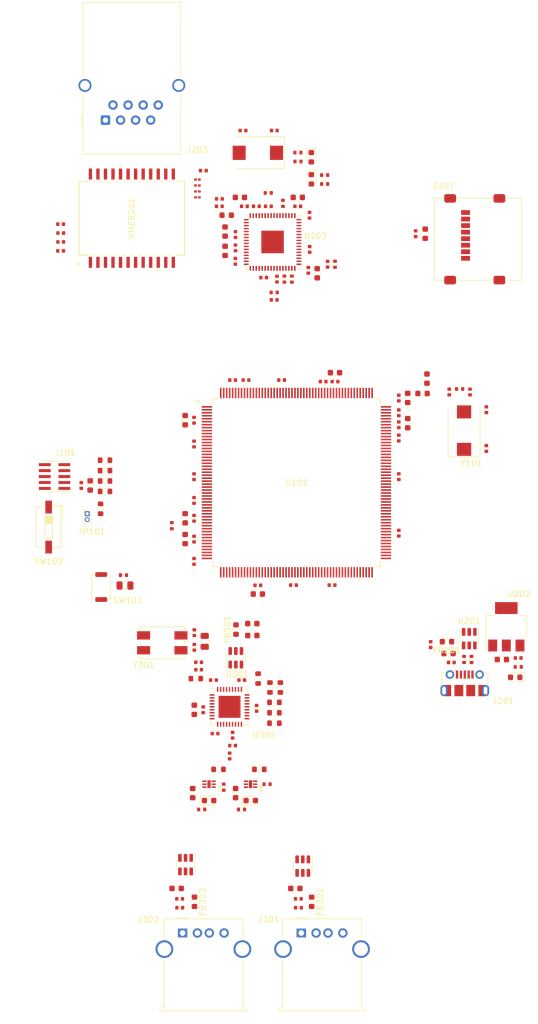
<source format=kicad_pcb>
(kicad_pcb (version 20221018) (generator pcbnew)
  (layers (0 "F.Cu" signal) (1 "In1.Cu" power) (2 "In2.Cu" power) (31 "B.Cu" signal) (34 "B.Paste" user) (35 "F.Paste" user) (36 "B.SilkS" user "B.Silkscreen") (37 "F.SilkS" user "F.Silkscreen") (38 "B.Mask" user) (39 "F.Mask" user) (44 "Edge.Cuts" user))
  (net 0 "")
  (net 1 "AVDD10")
  (net 2 "+3.3V")
  (net 3 "XIN")
  (net 4 "+1V8")
  (net 5 "XOUT")
  (net 6 "+2V5")
  (net 7 "PLLRCA")
  (net 8 "Net-(C134-Pad2)")
  (net 9 "Net-(J201-VBUS)")
  (net 10 "+5V")
  (net 11 "+3V3")
  (net 12 "CKXTAL2")
  (net 13 "Net-(C219-Pad1)")
  (net 14 "Net-(C221-Pad1)")
  (net 15 "Net-(C222-Pad1)")
  (net 16 "Net-(C224-Pad1)")
  (net 17 "CKXTAL1")
  (net 18 "GTX_CLK")
  (net 19 "RX_CLK_N")
  (net 20 "Net-(C234-Pad1)")
  (net 21 "Net-(U302-XTALIN{slash}CLKIN)")
  (net 22 "Net-(U302-XTALOUT)")
  (net 23 "Net-(U302-PLLFILT)")
  (net 24 "Net-(U302-CRFILT)")
  (net 25 "Net-(D201-K)")
  (net 26 "Net-(D202-A)")
  (net 27 "Net-(D203-A)")
  (net 28 "Net-(D301-A)")
  (net 29 "Net-(D302-A)")
  (net 30 "Net-(J101-SWDIO{slash}TMS)")
  (net 31 "Net-(J101-SWDCLK{slash}TCK)")
  (net 32 "SD_DAT2")
  (net 33 "SD_DAT3")
  (net 34 "SD_CMD")
  (net 35 "SD_CLK")
  (net 36 "SD_DAT0")
  (net 37 "SD_DAT1")
  (net 38 "Net-(J101-SWO{slash}TDO)")
  (net 39 "Net-(J203-Pad1)")
  (net 40 "Net-(J203-Pad2)")
  (net 41 "Net-(J203-Pad3)")
  (net 42 "Net-(J203-Pad4)")
  (net 43 "Net-(J203-Pad5)")
  (net 44 "Net-(J203-Pad6)")
  (net 45 "Net-(J203-Pad7)")
  (net 46 "Net-(J203-Pad8)")
  (net 48 "Net-(J101-NC{slash}TDI)")
  (net 49 "Net-(J101-~{RESET})")
  (net 50 "Net-(J201-D-)")
  (net 51 "BMS")
  (net 52 "REG_OUT")
  (net 53 "Net-(R201-Pad2)")
  (net 54 "Net-(R202-Pad2)")
  (net 55 "Net-(J201-D+)")
  (net 57 "MDC")
  (net 59 "LED0")
  (net 60 "RX_CLK")
  (net 61 "Net-(R211-Pad2)")
  (net 62 "GTX_CLK_N")
  (net 63 "Net-(R213-Pad2)")
  (net 64 "Net-(R214-Pad2)")
  (net 65 "LED1")
  (net 66 "Net-(R216-Pad2)")
  (net 67 "/USB/VBUS_DET")
  (net 68 "Net-(J301-D-)")
  (net 69 "Net-(J301-D+)")
  (net 70 "Net-(J302-D-)")
  (net 71 "Net-(J302-D+)")
  (net 72 "Net-(U101B-SHDN)")
  (net 73 "USB_HUB_NOCS1")
  (net 74 "USB_HUB_NOCS2")
  (net 75 "TX_D3")
  (net 76 "RX_D2")
  (net 77 "RX_D3")
  (net 78 "USB_CONN_HOST_D_N")
  (net 79 "USB_CONN_HOST_D_P")
  (net 80 "USB_CONN_HOST_D1_N")
  (net 81 "USB_CONN_HOST_D1_P")
  (net 82 "TX_D0")
  (net 83 "TX_D1")
  (net 84 "RX_D0")
  (net 85 "RX_D1")
  (net 86 "TX_EN")
  (net 87 "RX_DV")
  (net 88 "MDIO")
  (net 89 "TX_D2")
  (net 90 "Net-(U101B-TST)")
  (net 91 "Net-(U101B-WKUP)")
  (net 92 "Net-(U203-RXD6{slash}RXDLY)")
  (net 93 "Net-(U203-COL{slash}MODE)")
  (net 94 "Net-(U203-RSET)")
  (net 95 "Net-(U302-SCL{slash}SMBCLK{slash}CFG_SEL0)")
  (net 96 "Net-(U302-SDA{slash}SMBDATA{slash}NON_REM1)")
  (net 97 "Net-(U302-SUSP_IND{slash}LOCAL_PWR{slash}NON_REM0)")
  (net 98 "Net-(U302-RBIAS)")
  (net 99 "Net-(U302-HS_IND{slash}CFG_SEL1)")
  (net 100 "Net-(U303-ILIMIT)")
  (net 101 "Net-(U304-ILIMIT)")
  (net 102 "Net-(U101C-JTAGSEL)")
  (net 118 "USB_HUB_PWRTPWR1")
  (net 119 "USB_HUB_PWRTPWR2")
  (net 235 "Net-(U203-MDI[0]+)")
  (net 236 "Net-(U203-MDI[0]-)")
  (net 237 "Net-(U203-MDI[1]+)")
  (net 238 "Net-(U203-MDI[1]-)")
  (net 239 "Net-(U203-MDI[2]+)")
  (net 240 "Net-(U203-MDI[2]-)")
  (net 241 "Net-(U203-MDI[3]+)")
  (net 242 "Net-(U203-MDI[3]-)")
  (net 260 "Net-(U302-USBDP_UP)")
  (net 261 "Net-(U302-USBDM_UP)")
  (net 262 "Net-(U302-USBDM_DN1{slash}PRT_DIS_M1)")
  (net 263 "Net-(U302-USBDP_DN1{slash}PRT_DIS_P1)")
  (net 264 "Net-(U302-USBDM_DN2{slash}PRT_DIS_M2)")
  (net 265 "Net-(U302-USBDP_DN2{slash}PRT_DIS_P2)")
  (net 274 "+3.3VA")
  (footprint "Capacitor_SMD:C_0402_1005Metric" (layer "F.Cu") (at 95.71 62.25 90)
    (fp_text reference "C223" hide)
    (fp_text value "100n")
  )
  (footprint "Resistor_SMD:R_0402_1005Metric" (layer "F.Cu") (at 105.23 65.25 -90)
    (fp_text reference "R205" hide)
    (fp_text value "4.7k")
  )
  (footprint "Resistor_SMD:R_0402_1005Metric" (layer "F.Cu") (at 101.25 50.75 180)
    (fp_text reference "R207" hide)
    (fp_text value "2.49k")
  )
  (footprint "Resistor_SMD:R_0402_1005Metric" (layer "F.Cu") (at 110.76 47.75 180)
    (fp_text reference "R217" hide)
    (fp_text value "4.7k")
  )
  (footprint "Resistor_SMD:R_0402_1005Metric" (layer "F.Cu") (at 143.37 130.51)
    (fp_text reference "R203" hide)
    (fp_text value "1k")
  )
  (footprint "Resistor_SMD:R_0402_1005Metric" (layer "F.Cu") (at 96.75 154.5 180)
    (fp_text reference "R314" hide)
    (fp_text value "330R")
  )
  (footprint "Capacitor_SMD:C_0402_1005Metric" (layer "F.Cu") (at 89.5225 129.73 180)
    (fp_text reference "C305" hide)
    (fp_text value "10n")
  )
  (footprint "Capacitor_SMD:C_0402_1005Metric" (layer "F.Cu") (at 88.75 102.5 90)
    (fp_text reference "C120" hide)
    (fp_text value "100n")
  )
  (footprint "Capacitor_SMD:C_0402_1005Metric" (layer "F.Cu") (at 90.32 47)
    (fp_text reference "C234" hide)
    (fp_text value "10n")
  )
  (footprint "Capacitor_SMD:C_0402_1005Metric" (layer "F.Cu") (at 102.25 68.75 180)
    (fp_text reference "C233" hide)
    (fp_text value "22p")
  )
  (footprint "Capacitor_SMD:C_0402_1005Metric" (layer "F.Cu") (at 88.75 112.75 90)
    (fp_text reference "C121" hide)
    (fp_text value "100n")
  )
  (footprint "Capacitor_SMD:C_0402_1005Metric" (layer "F.Cu") (at 88.7925 127.21 90)
    (fp_text reference "C301" hide)
    (fp_text value "10p")
  )
  (footprint "Resistor_SMD:R_0603_1608Metric" (layer "F.Cu") (at 73.75 95.73)
    (fp_text reference "R107" hide)
    (fp_text value "100k")
  )
  (footprint "Connector_USB:USB_A_Molex_67643_Horizontal" (layer "F.Cu") (at 86.82 175.29)
    (fp_text reference "J302")
    (fp_text value "USB_A")
  )
  (footprint "Capacitor_SMD:C_0402_1005Metric" (layer "F.Cu") (at 123.25 108 -90)
    (fp_text reference "C108" hide)
    (fp_text value "100n")
  )
  (footprint "Resistor_SMD:R_0402_1005Metric" (layer "F.Cu") (at 106.26 45.4625)
    (fp_text reference "R208" hide)
    (fp_text value "510")
  )
  (footprint "Resistor_SMD:R_0201_0603Metric" (layer "F.Cu") (at 89.32 49.5 180)
    (fp_text reference "R213" hide)
    (fp_text value "75")
  )
  (footprint "Resistor_SMD:R_0402_1005Metric" (layer "F.Cu") (at 134.25 129.26 90)
    (fp_text reference "R202" hide)
    (fp_text value "270")
  )
  (footprint "Crystal:Crystal_SMD_EuroQuartz_MQ2-2Pin_7.0x5.0mm" (layer "F.Cu") (at 99.5 44 180)
    (fp_text reference "Y201" hide)
    (fp_text value "25Mhz")
  )
  (footprint "Capacitor_SMD:C_0402_1005Metric" (layer "F.Cu") (at 102.73 65.25 90)
    (fp_text reference "C214" hide)
    (fp_text value "100n")
  )
  (footprint "Capacitor_SMD:C_0603_1608Metric" (layer "F.Cu") (at 87.25 89 90)
    (fp_text reference "C114" hide)
    (fp_text value "10u")
  )
  (footprint "Package_TO_SOT_SMD:SOT-23-6" (layer "F.Cu") (at 87.32 163.79 -90)
    (fp_text reference "U306" hide)
    (fp_text value "USBLC6-2SC6")
  )
  (footprint "Capacitor_SMD:C_0603_1608Metric" (layer "F.Cu") (at 99.5 118.25)
    (fp_text reference "C110" hide)
    (fp_text value "10u")
  )
  (footprint "Capacitor_SMD:C_0603_1608Metric" (layer "F.Cu") (at 128 82 90)
    (fp_text reference "C135" hide)
    (fp_text value "4.7u")
  )
  (footprint "Capacitor_SMD:C_0402_1005Metric" (layer "F.Cu") (at 100.48 65 180)
    (fp_text reference "C216" hide)
    (fp_text value "100n")
  )
  (footprint "Capacitor_SMD:C_0603_1608Metric" (layer "F.Cu") (at 88.5247 151.75 -90)
    (fp_text reference "C316" hide)
    (fp_text value "2u2")
  )
  (footprint "Resistor_SMD:R_0603_1608Metric" (layer "F.Cu") (at 73 103.905 90)
    (fp_text reference "R104" hide)
    (fp_text value "100k")
  )
  (footprint "Capacitor_SMD:C_0402_1005Metric" (layer "F.Cu") (at 138 87.23 -90)
    (fp_text reference "C111" hide)
    (fp_text value "10p")
  )
  (footprint "Capacitor_SMD:C_0402_1005Metric" (layer "F.Cu") (at 94.75 145.5 -90)
    (fp_text reference "C307" hide)
    (fp_text value "10n")
  )
  (footprint "Capacitor_SMD:C_0402_1005Metric" (layer "F.Cu") (at 99.25 53)
    (fp_text reference "C215" hide)
    (fp_text value "100n")
  )
  (footprint "LED_SMD:LED_0603_1608Metric" (layer "F.Cu") (at 98.2994 152.999999)
    (fp_text reference "D302" hide)
    (fp_text value "GREEN")
  )
  (footprint "Resistor_SMD:R_0603_1608Metric" (layer "F.Cu") (at 102.2925 136.48 180)
    (fp_text reference "R308" hide)
    (fp_text value "100k")
  )
  (footprint "Capacitor_SMD:C_0603_1608Metric" (layer "F.Cu") (at 71.25 99.98 -90)
    (fp_text reference "C101" hide)
    (fp_text value "10u")
  )
  (footprint "Capacitor_SMD:C_0402_1005Metric" (layer "F.Cu") (at 110.5 82.5 180)
    (fp_text reference "C126" hide)
    (fp_text value "100n")
  )
  (footprint "Capacitor_SMD:C_0402_1005Metric" (layer "F.Cu") (at 108.21 54.5 -90)
    (fp_text reference "C231" hide)
    (fp_text value "100n")
  )
  (footprint "Capacitor_SMD:C_0402_1005Metric" (layer "F.Cu") (at 103.5 82.25)
    (fp_text reference "C116" hide)
    (fp_text value "100n")
  )
  (footprint "Capacitor_SMD:C_0603_1608Metric" (layer "F.Cu") (at 93.98 60.5 90)
    (fp_text reference "C213" hide)
    (fp_text value "22u")
  )
  (footprint "Capacitor_SMD:C_0402_1005Metric" (layer "F.Cu") (at 138 93.75 -90)
    (fp_text reference "C103" hide)
    (fp_text value "10p")
  )
  (footprint "Capacitor_SMD:C_0402_1005Metric" (layer "F.Cu") (at 88.75 98.5 90)
    (fp_text reference "C119" hide)
    (fp_text value "100n")
  )
  (footprint "Package_TO_SOT_SMD:SOT-223-3_TabPin2" (layer "F.Cu") (at 141.37 123.76 90)
    (fp_text reference "U202")
    (fp_text value "LD1117S33TR_SOT223")
  )
  (footprint "Resistor_SMD:R_0402_1005Metric" (layer "F.Cu") (at 76.86 115.07)
    (fp_text reference "R103" hide)
    (fp_text value "1k")
  )
  (footprint "MIC2099:TMLF-6_MT_MCH" (layer "F.Cu") (at 91.2747 150.25 180)
    (fp_text reference "U303" hide)
    (fp_text value "MIC2099-1YMT-TR")
  )
  (footprint "Capacitor_SMD:C_0402_1005Metric" (layer "F.Cu") (at 95.73 60 90)
    (fp_text reference "C217" hide)
    (fp_text value "100n")
  )
  (footprint "Capacitor_SMD:C_0402_1005Metric" (layer "F.Cu") (at 123.25 89.77 -90)
    (fp_text reference "C129" hide)
    (fp_text value "100n")
  )
  (footprint "Capacitor_SMD:C_0603_1608Metric" (layer "F.Cu") (at 98.5675 123.23)
    (fp_text reference "C303" hide)
    (fp_text value "2u2")
  )
  (footprint "Capacitor_SMD:C_0402_1005Metric" (layer "F.Cu") (at 97.5 82.25)
    (fp_text reference "C115" hide)
    (fp_text value "100n")
  )
  (footprint "Capacitor_SMD:C_0402_1005Metric" (layer "F.Cu") (at 86.34 171.04 180)
    (fp_text reference "C323" hide)
    (fp_text value "100u")
  )
  (footprint "Resistor_SMD:R_0402_1005Metric" (layer "F.Cu") (at 103.98 65.25 -90)
    (fp_text reference "R204" hide)
    (fp_text value "4.7k")
  )
  (footprint "Resistor_SMD:R_0603_1608Metric" (layer "F.Cu") (at 99.5425 132.48 -90)
    (fp_text reference "R306" hide)
    (fp_text value "100k")
  )
  (footprint "Connector_Card:microSD_HC_Molex_47219-2001" (layer "F.Cu") (at 136.6 58.545 90)
    (fp_text reference "J202")
    (fp_text value "Micro_SD_Card")
  )
  (footprint "Capacitor_SMD:C_0402_1005Metric" (layer "F.Cu") (at 66.27 56)
    (fp_text reference "C224" hide)
    (fp_text value "10n")
  )
  (footprint "Resistor_SMD:R_0603_1608Metric" (layer "F.Cu") (at 102.2925 139.98 180)
    (fp_text reference "R305" hide)
    (fp_text value "100k")
  )
  (footprint "Capacitor_SMD:C_0603_1608Metric" (layer "F.Cu") (at 87.25 109 -90)
    (fp_text reference "C104" hide)
    (fp_text value "10u")
  )
  (footprint "Capacitor_SMD:C_0402_1005Metric" (layer "F.Cu") (at 90.2925 137.73 -90)
    (fp_text reference "C315" hide)
    (fp_text value "100n")
  )
  (footprint "H5007NL:H5007NL_PUL" (layer "F.Cu") (at 78.27 55 90)
    (fp_text reference "XMER201")
    (fp_text value "H5007NL")
  )
  (footprint "Capacitor_SMD:C_0603_1608Metric" (layer "F.Cu") (at 105.82 167.79 180)
    (fp_text reference "C318" hide)
    (fp_text value "10u")
  )
  (footprint "Capacitor_SMD:C_0402_1005Metric" (layer "F.Cu") (at 95.25 142 -90)
    (fp_text reference "C311" hide)
    (fp_text value "100n")
  )
  (footprint "Resistor_SMD:R_0402_1005Metric" (layer "F.Cu") (at 103.73 52.5 90)
    (fp_text reference "R206" hide)
    (fp_text value "1.5k")
  )
  (footprint "Resistor_SMD:R_0402_1005Metric" (layer "F.Cu") (at 101.0494 150.249999)
    (fp_text reference "R311" hide)
    (fp_text value "330R")
  )
  (footprint "Resistor_SMD:R_0201_0603Metric" (layer "F.Cu") (at 89.32 50.5 180)
    (fp_text reference "R214" hide)
    (fp_text value "75")
  )
  (footprint "Capacitor_SMD:C_0402_1005Metric" (layer "F.Cu") (at 132.1 129.76 180)
    (fp_text reference "C202" hide)
    (fp_text value "100n")
  )
  (footprint "Capacitor_SMD:C_0402_1005Metric" (layer "F.Cu") (at 123.25 85.27 -90)
    (fp_text reference "C112" hide)
    (fp_text value "100n")
  )
  (footprint "Capacitor_SMD:C_0402_1005Metric" (layer "F.Cu") (at 95.25 143.75)
    (fp_text reference "C308" hide)
    (fp_text value "100n")
  )
  (footprint "Connector_USB:USB_A_Molex_67643_Horizontal" (layer "F.Cu") (at 106.82 175.29)
    (fp_text reference "J301")
    (fp_text value "USB_A")
  )
  (footprint "Package_DFN_QFN:QFN-36-1EP_6x6mm_P0.5mm_EP3.7x3.7mm" (layer "F.Cu") (at 94.73 137.23)
    (fp_text reference "U302")
    (fp_text value "USB2514B_Bi")
  )
  (footprint "Inductor_SMD:L_0603_1608Metric" (layer "F.Cu") (at 94.25 54.5 180)
    (fp_text reference "L201" hide)
    (fp_text value "2.2u")
  )
  (footprint "Capacitor_SMD:C_0402_1005Metric" (layer "F.Cu") (at 66.29 59)
    (fp_text reference "C221" hide)
    (fp_text value "10n")
  )
  (footprint "Capacitor_SMD:C_0402_1005Metric" (layer "F.Cu") (at 106.32 169.54 180)
    (fp_text reference "C320" hide)
    (fp_text value "100u")
  )
  (footprint "Inductor_SMD:L_0603_1608Metric" (layer "F.Cu") (at 88.82 170.04 -90)
    (fp_text reference "FB303")
    (fp_text value "120R")
  )
  (footprint "Resistor_SMD:R_0603_1608Metric" (layer "F.Cu") (at 73.75 97.48)
    (fp_text reference "R108" hide)
    (fp_text value "100k")
  )
  (footprint "Inductor_SMD:L_0603_1608Metric" (layer "F.Cu") (at 127.25 84.5 180)
    (fp_text reference "FB101" hide)
    (fp_text value "120R")
  )
  (footprint "Capacitor_SMD:C_0402_1005Metric" (layer "F.Cu") (at 88.75 105.5 90)
    (fp_text reference "C123" hide)
    (fp_text value "100n")
  )
  (footprint "Capacitor_SMD:C_0603_1608Metric" (layer "F.Cu") (at 95.75 151.75 -90)
    (fp_text reference "C317" hide)
    (fp_text value "2u2")
  )
  (footprint "Capacitor_SMD:C_0402_1005Metric" (layer "F.Cu") (at 99.2925 137.48 -90)
    (fp_text reference "C310" hide)
    (fp_text value "100n")
  )
  (footprint "Capacitor_SMD:C_0603_1608Metric" (layer "F.Cu") (at 109.5 64.27 90)
    (fp_text reference "C229" hide)
    (fp_text value "10u")
  )
  (footprint "Capacitor_SMD:C_0402_1005Metric" (layer "F.Cu") (at 66.29 57.5)
    (fp_text reference "C222" hide)
    (fp_text value "10n")
  )
  (footprint "SAM9260:PQFP208_ATM" (layer "F.Cu") (at 106 99.5)
    (fp_text reference "U101")
    (fp_text value "AT91SAM9260-QU")
  )
  (footprint "Capacitor_SMD:C_0402_1005Metric" (layer "F.Cu") (at 128.62 126.76 -90)
    (fp_text reference "C203" hide)
    (fp_text value "100n")
  )
  (footprint "Capacitor_SMD:C_0402_1005Metric" (layer "F.Cu") (at 92.2925 141.73 180)
    (fp_text reference "C314" hide)
    (fp_text value "100n")
  )
  (footprint "Capacitor_SMD:C_0603_1608Metric" (layer "F.Cu") (at 85.82 167.79 180)
    (fp_text reference "C319" hide)
    (fp_text value "10u")
  )
  (footprint "Package_TO_SOT_SMD:SOT-23-6" (layer "F.Cu") (at 95.7925 128.98 90)
    (fp_text reference "U301")
    (fp_text value "USBLC6-2SC6")
  )
  (footprint "Capacitor_SMD:C_0402_1005Metric" (layer "F.Cu") (at 106.34 171.04 180)
    (fp_text reference "C322" hide)
    (fp_text value "100u")
  )
  (footprint "Resistor_SMD:R_0603_1608Metric" (layer "F.Cu") (at 99.75 147.75)
    (fp_text reference "R312" hide)
    (fp_text value "DNP_12k")
  )
  (footprint "Capacitor_SMD:C_0402_1005Metric" (layer "F.Cu") (at 97.23 53)
    (fp_text reference "C209" hide)
    (fp_text value "100n")
  )
  (footprint "Capacitor_SMD:C_0402_1005Metric" (layer "F.Cu") (at 102.27 40.25)
    (fp_text reference "C225" hide)
    (fp_text value "10p")
  )
  (footprint "Capacitor_SMD:C_0603_1608Metric" (layer "F.Cu") (at 112.5 81 180)
    (fp_text reference "C132" hide)
    (fp_text value "10u")
  )
  (footprint "Crystal:Crystal_SMD_EuroQuartz_MQ-4Pin_7.0x5.0mm" (layer "F.Cu") (at 83.3925 126.46 180)
    (fp_text reference "Y301")
    (fp_text value "24MHz")
  )
  (footprint "Resistor_SMD:R_0402_1005Metric" (layer "F.Cu") (at 133.5 83.75)
    (fp_text reference "R105" hide)
    (fp_text value "1k")
  )
  (footprint "Resistor_SMD:R_0402_1005Metric" (layer "F.Cu") (at 110.76 49.25 180)
    (fp_text reference "R215" hide)
    (fp_text value "510")
  )
  (footprint "Capacitor_SMD:C_0402_1005Metric" (layer "F.Cu") (at 95.25 82.25)
    (fp_text reference "C127" hide)
    (fp_text value "100n")
  )
  (footprint "Resistor_SMD:R_0402_1005Metric" (layer "F.Cu") (at 106.25 43.9625)
    (fp_text reference "R210" hide)
    (fp_text value "4.7k")
  )
  (footprint "Resistor_SMD:R_0603_1608Metric" (layer "F.Cu") (at 73.75 99.23)
    (fp_text reference "R109" hide)
    (fp_text value "100k")
  )
  (footprint "LED_SMD:LED_0603_1608Metric" (layer "F.Cu") (at 142.87 132.26 180)
    (fp_text reference "D201" hide)
    (fp_text value "GREEN")
  )
  (footprint "Capacitor_SMD:C_0603_1608Metric" (layer "F.Cu") (at 106.23 51.5 180)
    (fp_text reference "C210" hide)
    (fp_text value "22u")
  )
  (footprint "Capacitor_SMD:C_0402_1005Metric" (layer "F.Cu") (at 99.5 116.78)
    (fp_text reference "C106" hide)
    (fp_text value "100n")
  )
  (footprint "Resistor_SMD:R_0402_1005Metric" (layer "F.Cu") (at 90.0394 154.5 180)
    (fp_text reference "R313" hide)
    (fp_text value "330R")
  )
  (footprint "Resistor_SMD:R_0805_2012Metric" (layer "F.Cu") (at 90.5425 126.21 90)
    (fp_text reference "R303" hide)
    (fp_text value "DNP_1M")
  )
  (footprint "Package_DFN_QFN:QFN-64-1EP_9x9mm_P0.5mm_EP3.8x3.8mm" (layer "F.Cu") (at 101.98 59)
    (fp_text reference "U203")
    (fp_text value "RTL8211EG-VB-CG")
  )
  (footprint "Capacitor_SMD:C_0402_1005Metric" (layer "F.Cu") (at 95.73 57.75 -90)
    (fp_text reference "C235" hide)
    (fp_text value "100n")
  )
  (footprint "Capacitor_SMD:C_0402_1005Metric" (layer "F.Cu") (at 108 63.77 90)
    (fp_text reference "C230" hide)
    (fp_text value "100n")
  )
  (footprint "Capacitor_SMD:C_0603_1608Metric" (layer "F.Cu") (at 127.7 57.615 -90)
    (fp_text reference "C206" hide)
    (fp_text value "10u")
  )
  (footprint "Resistor_SMD:R_0201_0603Metric" (layer "F.Cu") (at 89.32 48.5 180)
    (fp_text reference "R211" hide)
    (fp_text value "75")
  )
  (footprint "Connector_PinHeader_1.00mm:PinHeader_1x02_P1.00mm_Vertical" (layer "F.Cu") (at 70.75 104.73)
    (fp_text reference "JP101")
    (fp_text value "Jumper_2_Open")
  )
  (footprint "Package_TO_SOT_SMD:SOT-23-6" (layer "F.Cu") (at 107.07 164.04 -90)
    (fp_text reference "U305" hide)
    (fp_text value "USBLC6-2SC6")
  )
  (footprint "Button_Switch_SMD:SW_DIP_SPSTx01_Slide_6.7x4.1mm_W6.73mm_P2.54mm_LowProfile_JPin" (layer "F.Cu") (at 64.25 106.98 -90)
    (fp_text reference "SW102")
    (fp_text value "SW_DIP_x01")
  )
  (footprint "Capacitor_SMD:C_0402_1005Metric" (layer "F.Cu") (at 123.25 92 90)
    (fp_text reference "C125" hide)
    (fp_text value "100n")
  )
  (footprint "Capacitor_SMD:C_0603_1608Metric" (layer "F.Cu") (at 93.98 57.25 -90)
    (fp_text reference "C220" hide)
    (fp_text value "10u")
  )
  (footprint "Capacitor_SMD:C_0603_1608Metric" (layer "F.Cu") (at 124.75 89.5 -90)
    (fp_text reference "C128" hide)
    (fp_text value "10u")
  )
  (footprint "Capacitor_SMD:C_0402_1005Metric" (layer "F.Cu") (at 86.32 169.54 180)
    (fp_text reference "C321" hide)
    (fp_text value "100u")
  )
  (footprint "Resistor_SMD:R_0603_1608Metric" (layer "F.Cu") (at 89.0425 132.48)
    (fp_text reference "R307" hide)
    (fp_text value "12k")
  )
  (footprint "Capacitor_SMD:C_0402_1005Metric" (layer "F.Cu") (at 112 116.75)
    (fp_text reference "C107" hide)
    (fp_text value "100n")
  )
  (footprint "LED_SMD:LED_0603_1608Metric" (layer "F.Cu") (at 108.5 44.75 -90)
    (fp_text reference "D202" hide)
    (fp_text value "GREEN")
  )
  (footprint "Capacitor_SMD:C_0603_1608Metric" (layer "F.Cu") (at 87.25 105.5 90)
    (fp_text reference "C122" hide)
    (fp_text value "10u")
  )
  (footprint "Capacitor_SMD:C_0402_1005Metric" (layer "F.Cu") (at 93 53 180)
    (fp_text reference "C226" hide)
    (fp_text value "22p")
  )
  (footprint "Resistor_SMD:R_0603_1608Metric" (layer "F.Cu") (at 73.75 100.98)
    (fp_text reference "R106" hide)
    (fp_text value "100k")
  )
  (footprint "MIC2099:TMLF-6_MT_MCH" (layer "F.Cu") (at 98.2747 150.25 180)
    (fp_text reference "U304" hide)
    (fp_text value "MIC2099-1YMT-TR")
  )
  (footprint "Crystal:Crystal_SMD_EuroQuartz_MQ2-2Pin_7.0x5.0mm" (layer "F.Cu") (at 134.25 90.75 90)
    (fp_text reference "Y101")
    (fp_text value "18MHz")
  )
  (footprint "Capacitor_SMD:C_0603_1608Metric" (layer "F.Cu") (at 124.75 85.25 -90)
    (fp_text reference "C113" hide)
    (fp_text value "4.7u")
  )
  (footprint "Capacitor_SMD:C_0402_1005Metric" (layer "F.Cu") (at 123.25 87.75 90)
    (fp_text reference "C130" hide)
    (fp_text value "100n")
  )
  (footprint "Resistor_SMD:R_0805_2012Metric" (layer "F.Cu") (at 77.11 116.82)
    (fp_text reference "R101" hide)
    (fp_text value "1.5M")
  )
  (footprint "Capacitor_SMD:C_0402_1005Metric" (layer "F.Cu") (at 88.75 109 -90)
    (fp_text reference "C105" hide)
    (fp_text value "100n")
  )
  (footprint "Capacitor_SMD:C_0402_1005Metric" (layer "F.Cu") (at 112.5 82.5 180)
    (fp_text reference "C131" hide)
    (fp_text value "100n")
  )
  (footprint "Resistor_SMD:R_0603_1608Metric" (layer "F.Cu") (at 103.2925 133.98 90)
    (fp_text reference "R302" hide)
    (fp_text value "100k")
  )
  (footprint "Capacitor_SMD:C_0402_1005Metric" (layer "F.Cu") (at 69.75 99.98 -90)
    (fp_text reference "C102" hide)
    (fp_text value "100n")
  )
  (footprint "Connector_PinHeader_1.00mm:PinHeader_2x05_P1.00mm_Vertical_SMD" (layer "F.Cu") (at 65.25 98.48 180)
    (fp_text reference "J101")
    (fp_text value "Conn_ARM_JTAG_SWD_10")
  )
  (footprint "Capacitor_SMD:C_0402_1005Metric" (layer "F.Cu") (at 88.7925 124.75 90)
    (fp_text reference "C304" hide)
    (fp_text value "10p")
  )
  (footprint "Resistor_SMD:R_0402_1005Metric" (layer "F.Cu") (at 93.75 150.750001 -90)
    (fp_text reference "R309" hide)
    (fp_text value "330R")
  )
  (footprint "Capacitor_SMD:C_0402_1005Metric" (layer "F.Cu") (at 89.5225 130.98 180)
    (fp_text reference "C306" hide)
    (fp_text value "100n")
  )
  (footprint "Capacitor_SMD:C_0603_1608Metric" (layer "F.Cu") (at 88.7925 137.73 -90)
    (fp_text reference "C309" hide)
    (fp_text value "2u2")
  )
  (footprint "Capacitor_SMD:C_0402_1005Metric" (layer "F.Cu") (at 92.0225 132.73 180)
    (fp_text reference "C312" hide)
    (fp_text value "100n")
  )
  (footprint "Capacitor_SMD:C_0402_1005Metric" (layer "F.Cu") (at 106.23 53 180)
    (fp_text reference "C211" hide)
    (fp_text value "100n")
  )
  (footprint "LED_SMD:LED_0603_1608Metric" (layer "F.Cu") (at 91.2894 153.000001)
    (fp_text reference "D301" hide)
    (fp_text value "GREEN")
  )
  (footprint "Capacitor_SMD:C_0402_1005Metric" (layer "F.Cu") (at 123.25 98.5 90)
    (fp_text reference "C109" hide)
    (fp_text value "100n")
  )
  (footprint "Button_Switch_SMD:SW_Push_SPST_NO_Alps_SKRK" (layer "F.Cu") (at 73.11 117.07 90)
    (fp_text reference "SW101")
    (fp_text value "SW_Push")
  )
  (footprint "Capacitor_SMD:C_0402_1005Metric" (layer "F.Cu") (at 101.27 53 180)
    (fp_text reference "C227" hide)
    (fp_text value "100n")
  )
  (footprint "Capacitor_SMD:C_0402_1005Metric" (layer "F.Cu") (at 66.27 60.5)
    (fp_text reference "C219" hide)
    (fp_text value "10n")
  )
  (footprint "Capacitor_SMD:C_0402_1005Metric" (layer "F.Cu") (at 93.02 51.75 180)
    (fp_text reference "C228" hide)
    (fp_text value "22p")
  )
  (footprint "Capacitor_SMD:C_0402_1005Metric" (layer "F.Cu") (at 88.75 93 90)
    (fp_text reference "C118" hide)
    (fp_text value "100n")
  )
  (footprint "Resistor_SMD:R_0402_1005Metric" (layer "F.Cu") (at 102.25 67.5)
    (fp_text reference "R209" hide)
    (fp_text value "R_Small")
  )
  (footprint "Package_TO_SOT_SMD:SOT-23-6" (layer "F.Cu") (at 135.12 125.76 -90)
    (fp_text reference "U201")
    (fp_text value "USBLC6-2SC6")
  )
  (footprint "Capacitor_SMD:C_0603_1608Metric" (layer "F.Cu") (at 96.48 51.5)
    (fp_text reference "C208" hide)
    (fp_text value "4.7u")
  )
  (footprint "Inductor_SMD:L_0603_1608Metric" (layer "F.Cu") (at 95.8175 124.23 90)
    (fp_text reference "FB301")
    (fp_text value "120R")
  )
  (footprint "Resistor_SMD:R_0603_1608Metric" (layer "F.Cu") (at 92.8744 147.749999)
    (fp_text reference "R310" hide)
    (fp_text value "DNP_12k")
  )
  (footprint "Connector_RJ:RJ45_Wuerth_7499010001A_Horizontal" (layer "F.Cu") (at 73.825 38.5 90)
    (fp_text reference "J203")
    (fp_text value "RJ45")
  )
  (footprint "Resistor_SMD:R_0603_1608Metric" (layer "F.Cu") (at 102.2925 138.23 180)
    (fp_text reference "R304" hide)
    (fp_text value "100k")
  )
  (footprint "Capacitor_SMD:C_0603_1608Metric" (layer "F.Cu") (at 98.5675 125.23)
    (fp_text reference "C302" hide)
    (fp_text value "2u2")
  )
  (footprint "Capacitor_SMD:C_0402_1005Metric" (layer "F.Cu") (at 126.09 57.615 -90)
    (fp_text reference "C205" hide)
    (fp_text value "100u")
  )
  (footprint "Capacitor_SMD:C_0402_1005Metric" (layer "F.Cu") (at 97 40.25 180)
    (fp_text reference "C218" hide)
    (fp_text value "10p")
  )
  (footprint "Capacitor_SMD:C_0603_1608Metric" (layer "F.Cu") (at 131.62 128.26 180)
    (fp_text reference "C201" hide)
    (fp_text value "10u")
  )
  (footprint "Capacitor_SMD:C_0603_1608Metric" (layer "F.Cu") (at 140.62 129.26 180)
    (fp_text reference "C207" hide)
    (fp_text value "10u")
  )
  (footprint "Capacitor_SMD:C_0402_1005Metric" (layer "F.Cu") (at 131.75 84.25 90)
    (fp_text reference "C133" hide)
    (fp_text value "10n")
  )
  (footprint "Capacitor_SMD:C_0402_1005Metric" (layer "F.Cu") (at 108.23 60.25 -90)
    (fp_text reference "C212" hide)
    (fp_text value "100n")
  )
  (footprint "LED_SMD:LED_0603_1608Metric" (layer "F.Cu") (at 108.51 48.4625 -90)
    (fp_text reference "D203" hide)
    (fp_text value "RED")
  )
  (footprint "Resistor_SMD:R_0402_1005Metric" (layer "F.Cu") (at 112.5 62.75 -90)
    (fp_text reference "R212" hide)
    (fp_text value "R_Small")
  )
  (footprint "Resistor_SMD:R_0201_0603Metric" (layer "F.Cu") (at 89.32 51.5 180)
    (fp_text reference "R216" hide)
    (fp_text value "75")
  )
  (footprint "Capacitor_SMD:C_0402_1005Metric" (layer "F.Cu") (at 111.25 62.75 -90)
    (fp_text reference "C232" hide)
    (fp_text value "22p")
  )
  (footprint "Resistor_SMD:R_0402_1005Metric" (layer "F.Cu") (at 85 106.75 -90)
    (fp_text reference "R102" hide)
    (fp_text value "1k")
  )
  (footprint "Capacitor_SMD:C_0402_1005Metric" (layer "F.Cu") (at 88.75 89 90)
    (fp_text reference "C117" hide)
    (fp_text value "100n")
  )
  (footprint "Capacitor_SMD:C_0402_1005Metric" (layer "F.Cu") (at 105.5 116.75 180)
    (fp_text reference "C124" hide)
    (fp_text value "100n")
  )
  (footprint "Inductor_SMD:L_0603_1608Metric" (layer "F.Cu") (at 131.37 126.26 180)
    (fp_text reference "FB201")
    (fp_text value "120R")
  )
  (footprint "Capacitor_SMD:C_0402_1005Metric" (layer "F.Cu") (at 96.7925 132.73)
    (fp_text reference "C313" hide)
    (fp_text value "100n")
  )
  (footprint "Inductor_SMD:L_0603_1608Metric" (layer "F.Cu") (at 108.57 170.04 -90)
    (fp_text reference "FB302")
    (fp_text value "120R")
  )
  (footprint "Capacitor_SMD:C_0402_1005Metric" (layer "F.Cu") (at 135.25 84.25 90)
    (fp_text reference "C134" hide)
    (fp_text value "1n")
  )
  (footprint "Resistor_SMD:R_0402_1005Metric" (layer "F.Cu") (at 135.5 129.26 90)
    (fp_text reference "R201" hide)
    (fp_text value "270")
  )
  (footprint "Capacitor_SMD:C_0402_1005Metric" (layer "F.Cu") (at 143.37 129.01 180)
    (fp_text reference "C204" hide)
    (fp_text value "100n")
  )
  (footprint "Connector_USB:USB_Micro-B_Molex-105017-0001" (layer "F.Cu") (at 134.37 133.26)
    (fp_text reference "J201")
    (fp_text value "USB_B_Micro")
  )
  (footprint "Resistor_SMD:R_0603_1608Metric" (layer "F.Cu") (at 101.5425 133.98 -90)
    (fp_text reference "R301" hide)
    (fp_text value "100k")
  )
)
</source>
